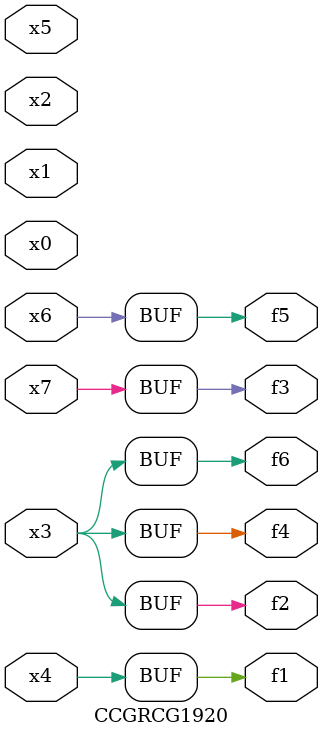
<source format=v>
module CCGRCG1920(
	input x0, x1, x2, x3, x4, x5, x6, x7,
	output f1, f2, f3, f4, f5, f6
);
	assign f1 = x4;
	assign f2 = x3;
	assign f3 = x7;
	assign f4 = x3;
	assign f5 = x6;
	assign f6 = x3;
endmodule

</source>
